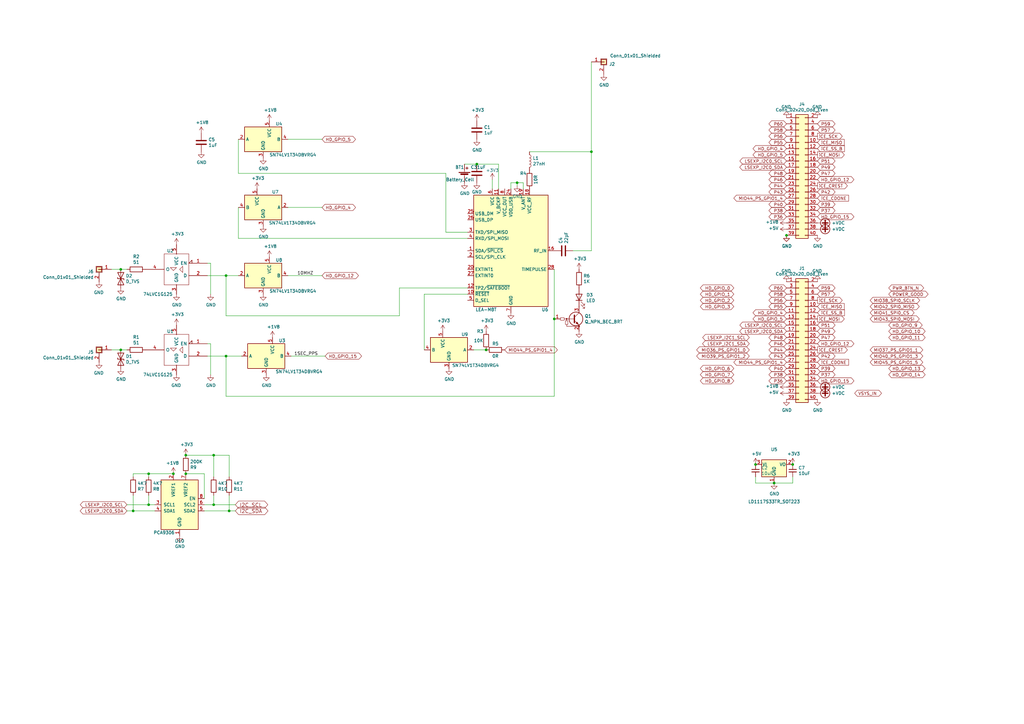
<source format=kicad_sch>
(kicad_sch (version 20211123) (generator eeschema)
  (paper "A3")
  (title_block (title "gnssclock496boards-1.0") (company "Lightside Instruments AS"))
  (lib_symbols
    (symbol "Connector_Generic:Conn_02x20_Odd_Even" (pin_names (offset 1.016) hide)
      (property "Reference" "J" (at 1.27 25.4 0))
      (property "Value" "Conn_02x20_Odd_Even" (at 1.27 -27.94 0))
      (symbol "Conn_02x20_Odd_Even_1_1"
        (pin passive line (at -5.08 22.86 0) (length 3.81) (name "Pin_1") (number "1"))
        (pin passive line (at 7.62 12.7 180) (length 3.81) (name "Pin_10") (number "10"))
        (pin passive line (at -5.08 10.16 0) (length 3.81) (name "Pin_11") (number "11"))
        (pin passive line (at 7.62 10.16 180) (length 3.81) (name "Pin_12") (number "12"))
        (pin passive line (at -5.08 7.62 0) (length 3.81) (name "Pin_13") (number "13"))
        (pin passive line (at 7.62 7.62 180) (length 3.81) (name "Pin_14") (number "14"))
        (pin passive line (at -5.08 5.08 0) (length 3.81) (name "Pin_15") (number "15"))
        (pin passive line (at 7.62 5.08 180) (length 3.81) (name "Pin_16") (number "16"))
        (pin passive line (at -5.08 2.54 0) (length 3.81) (name "Pin_17") (number "17"))
        (pin passive line (at 7.62 2.54 180) (length 3.81) (name "Pin_18") (number "18"))
        (pin passive line (at -5.08 0 0) (length 3.81) (name "Pin_19") (number "19"))
        (pin passive line (at 7.62 22.86 180) (length 3.81) (name "Pin_2") (number "2"))
        (pin passive line (at 7.62 0 180) (length 3.81) (name "Pin_20") (number "20"))
        (pin passive line (at -5.08 -2.54 0) (length 3.81) (name "Pin_21") (number "21"))
        (pin passive line (at 7.62 -2.54 180) (length 3.81) (name "Pin_22") (number "22"))
        (pin passive line (at -5.08 -5.08 0) (length 3.81) (name "Pin_23") (number "23"))
        (pin passive line (at 7.62 -5.08 180) (length 3.81) (name "Pin_24") (number "24"))
        (pin passive line (at -5.08 -7.62 0) (length 3.81) (name "Pin_25") (number "25"))
        (pin passive line (at 7.62 -7.62 180) (length 3.81) (name "Pin_26") (number "26"))
        (pin passive line (at -5.08 -10.16 0) (length 3.81) (name "Pin_27") (number "27"))
        (pin passive line (at 7.62 -10.16 180) (length 3.81) (name "Pin_28") (number "28"))
        (pin passive line (at -5.08 -12.7 0) (length 3.81) (name "Pin_29") (number "29"))
        (pin passive line (at -5.08 20.32 0) (length 3.81) (name "Pin_3") (number "3"))
        (pin passive line (at 7.62 -12.7 180) (length 3.81) (name "Pin_30") (number "30"))
        (pin passive line (at -5.08 -15.24 0) (length 3.81) (name "Pin_31") (number "31"))
        (pin passive line (at 7.62 -15.24 180) (length 3.81) (name "Pin_32") (number "32"))
        (pin passive line (at -5.08 -17.78 0) (length 3.81) (name "Pin_33") (number "33"))
        (pin passive line (at 7.62 -17.78 180) (length 3.81) (name "Pin_34") (number "34"))
        (pin passive line (at -5.08 -20.32 0) (length 3.81) (name "Pin_35") (number "35"))
        (pin passive line (at 7.62 -20.32 180) (length 3.81) (name "Pin_36") (number "36"))
        (pin passive line (at -5.08 -22.86 0) (length 3.81) (name "Pin_37") (number "37"))
        (pin passive line (at 7.62 -22.86 180) (length 3.81) (name "Pin_38") (number "38"))
        (pin passive line (at -5.08 -25.4 0) (length 3.81) (name "Pin_39") (number "39"))
        (pin passive line (at 7.62 20.32 180) (length 3.81) (name "Pin_4") (number "4"))
        (pin passive line (at 7.62 -25.4 180) (length 3.81) (name "Pin_40") (number "40"))
        (pin passive line (at -5.08 17.78 0) (length 3.81) (name "Pin_5") (number "5"))
        (pin passive line (at 7.62 17.78 180) (length 3.81) (name "Pin_6") (number "6"))
        (pin passive line (at -5.08 15.24 0) (length 3.81) (name "Pin_7") (number "7"))
        (pin passive line (at 7.62 15.24 180) (length 3.81) (name "Pin_8") (number "8"))
        (pin passive line (at -5.08 12.7 0) (length 3.81) (name "Pin_9") (number "9"))
      )
    )
    (symbol "Device:Battery_Cell" (pin_numbers hide) (pin_names (offset 0) hide)
      (property "Reference" "BT" (at 2.54 2.54 0))
      (property "Value" "Battery_Cell" (at 2.54 0 0))
      (symbol "Battery_Cell_1_1"
        (pin passive line (at 0 5.08 270) (length 2.54) (name "+") (number "1"))
        (pin passive line (at 0 -2.54 90) (length 2.54) (name "-") (number "2"))
      )
    )
    (symbol "Device:C" (pin_numbers hide) (pin_names (offset 0.254))
      (property "Reference" "C" (at 0.635 2.54 0))
      (property "Value" "C" (at 0.635 -2.54 0))
      (symbol "C_1_1"
        (pin passive line (at 0 3.81 270) (length 2.794) (name "~") (number "1"))
        (pin passive line (at 0 -3.81 90) (length 2.794) (name "~") (number "2"))
      )
    )
    (symbol "Device:C_Small" (pin_numbers hide) (pin_names (offset 0.254) hide)
      (property "Reference" "C" (at 0.254 1.778 0))
      (property "Value" "C_Small" (at 0.254 -2.032 0))
      (symbol "C_Small_1_1"
        (pin passive line (at 0 2.54 270) (length 2.032) (name "~") (number "1"))
        (pin passive line (at 0 -2.54 90) (length 2.032) (name "~") (number "2"))
      )
    )
    (symbol "Device:D_TVS" (pin_numbers hide) (pin_names (offset 1.016) hide)
      (property "Reference" "D" (at 0 2.54 0))
      (property "Value" "D_TVS" (at 0 -2.54 0))
      (symbol "D_TVS_1_1"
        (pin passive line (at -3.81 0 0) (length 2.54) (name "A1") (number "1"))
        (pin passive line (at 3.81 0 180) (length 2.54) (name "A2") (number "2"))
      )
    )
    (symbol "Device:L" (pin_numbers hide) (pin_names (offset 1.016) hide)
      (property "Reference" "L" (at -1.27 0 90))
      (property "Value" "L" (at 1.905 0 90))
      (symbol "L_1_1"
        (pin passive line (at 0 3.81 270) (length 1.27) (name "1") (number "1"))
        (pin passive line (at 0 -3.81 90) (length 1.27) (name "2") (number "2"))
      )
    )
    (symbol "Device:LED" (pin_numbers hide) (pin_names (offset 1.016) hide)
      (property "Reference" "D" (at 0 2.54 0))
      (property "Value" "LED" (at 0 -2.54 0))
      (symbol "LED_1_1"
        (pin passive line (at -3.81 0 0) (length 2.54) (name "K") (number "1"))
        (pin passive line (at 3.81 0 180) (length 2.54) (name "A") (number "2"))
      )
    )
    (symbol "Device:Q_NPN_BEC_BRT" (pin_names hide)
      (property "Reference" "Q" (at 3.81 1.27 0))
      (property "Value" "Q_NPN_BEC_BRT" (at 3.81 -1.27 0))
      (symbol "Q_NPN_BEC_BRT_1_1"
        (pin input line (at -8.89 0 0) (length 2.54) (name "B") (number "1"))
        (pin passive line (at 1.27 -5.08 90) (length 2.54) (name "E") (number "2"))
        (pin passive line (at 1.27 5.08 270) (length 2.54) (name "C") (number "3"))
      )
    )
    (symbol "Device:R" (pin_numbers hide) (pin_names (offset 0))
      (property "Reference" "R" (at 2.032 0 90))
      (property "Value" "R" (at 0 0 90))
      (symbol "R_1_1"
        (pin passive line (at 0 3.81 270) (length 1.27) (name "~") (number "1"))
        (pin passive line (at 0 -3.81 90) (length 1.27) (name "~") (number "2"))
      )
    )
    (symbol "Interface:PCA9306" (pin_names (offset 1.016))
      (property "Reference" "U" (at -7.62 11.43 0))
      (property "Value" "PCA9306" (at 5.08 11.43 0))
      (symbol "PCA9306_1_1"
        (pin power_in line (at 0 -12.7 90) (length 2.54) (name "GND") (number "1"))
        (pin power_in line (at -2.54 12.7 270) (length 2.54) (name "VREF1") (number "2"))
        (pin bidirectional line (at -10.16 0 0) (length 2.54) (name "SCL1") (number "3"))
        (pin bidirectional line (at -10.16 -2.54 0) (length 2.54) (name "SDA1") (number "4"))
        (pin bidirectional line (at 10.16 -2.54 180) (length 2.54) (name "SDA2") (number "5"))
        (pin bidirectional line (at 10.16 0 180) (length 2.54) (name "SCL2") (number "6"))
        (pin power_in line (at 2.54 12.7 270) (length 2.54) (name "VREF2") (number "7"))
        (pin input line (at 10.16 2.54 180) (length 2.54) (name "EN") (number "8"))
      )
    )
    (symbol "RF_GPS:LEA-M8T"
      (property "Reference" "U" (at -13.97 24.13 0))
      (property "Value" "LEA-M8T" (at 13.97 24.13 0))
      (symbol "LEA-M8T_1_1"
        (pin bidirectional line (at -17.78 0 0) (length 2.54) (name "SDA/~{SPI_CS}") (number "1"))
        (pin input line (at -17.78 -17.78 0) (length 2.54) (name "~{RESET}") (number "10"))
        (pin power_in line (at -5.08 25.4 270) (length 2.54) (name "V_BCKP") (number "11"))
        (pin bidirectional line (at -17.78 -15.24 0) (length 2.54) (name "TP2/~{SAFEBOOT}") (number "12"))
        (pin passive line (at 0 -25.4 90) (length 2.54) hide (name "GND") (number "13"))
        (pin passive line (at 0 -25.4 90) (length 2.54) hide (name "GND") (number "14"))
        (pin passive line (at 0 -25.4 90) (length 2.54) hide (name "GND") (number "15"))
        (pin input line (at 17.78 0 180) (length 2.54) (name "RF_IN") (number "16"))
        (pin passive line (at 0 -25.4 90) (length 2.54) hide (name "GND") (number "17"))
        (pin power_out line (at 7.62 25.4 270) (length 2.54) (name "VCC_RF") (number "18"))
        (pin power_in line (at 5.08 25.4 270) (length 2.54) (name "V_ANT") (number "19"))
        (pin input line (at -17.78 -2.54 0) (length 2.54) (name "SCL/SPI_CLK") (number "2"))
        (pin input line (at -17.78 -7.62 0) (length 2.54) (name "EXTINT1") (number "20"))
        (pin no_connect line (at 15.24 7.62 180) (length 2.54) hide (name "RESERVED") (number "21"))
        (pin no_connect line (at 15.24 5.08 180) (length 2.54) hide (name "RESERVED") (number "22"))
        (pin no_connect line (at 15.24 2.54 180) (length 2.54) hide (name "RESERVED") (number "23"))
        (pin power_in line (at 0 25.4 270) (length 2.54) (name "VDD_USB") (number "24"))
        (pin bidirectional line (at -17.78 15.24 0) (length 2.54) (name "USB_DM") (number "25"))
        (pin bidirectional line (at -17.78 12.7 0) (length 2.54) (name "USB_DP") (number "26"))
        (pin input line (at -17.78 -10.16 0) (length 2.54) (name "EXTINT0") (number "27"))
        (pin output line (at 17.78 -7.62 180) (length 2.54) (name "TIMEPULSE") (number "28"))
        (pin output line (at -17.78 7.62 0) (length 2.54) (name "TXD/SPI_MISO") (number "3"))
        (pin input line (at -17.78 5.08 0) (length 2.54) (name "RXD/SPI_MOSI") (number "4"))
        (pin input line (at -17.78 -20.32 0) (length 2.54) (name "D_SEL") (number "5"))
        (pin power_in line (at -7.62 25.4 270) (length 2.54) (name "VCC") (number "6"))
        (pin power_in line (at 0 -25.4 90) (length 2.54) (name "GND") (number "7"))
        (pin power_out line (at -2.54 25.4 270) (length 2.54) (name "VCC_OUT") (number "8"))
        (pin no_connect line (at 15.24 10.16 180) (length 2.54) hide (name "RESERVED") (number "9"))
      )
    )
    (symbol "Regulator_Linear:LD1117S33TR_SOT223" (pin_names (offset 0.254))
      (property "Reference" "U" (at -3.81 3.175 0))
      (property "Value" "LD1117S33TR_SOT223" (at 0 3.175 0))
      (symbol "LD1117S33TR_SOT223_1_1"
        (pin power_in line (at 0 -7.62 90) (length 2.54) (name "GND") (number "1"))
        (pin power_out line (at 7.62 0 180) (length 2.54) (name "VO") (number "2"))
        (pin power_in line (at -7.62 0 0) (length 2.54) (name "VI") (number "3"))
      )
    )
    (symbol "ice4pi:74LVC1G125" (pin_names (offset 0.762))
      (property "Reference" "U" (at 6.35 6.35 0))
      (property "Value" "74LVC1G125" (at 2.54 -7.62 0))
      (symbol "74LVC1G125_0_1"
        (pin power_in line (at 0 -10.16 90) (length 3.9878) (name "GND") (number "3"))
        (pin power_in line (at 0 10.16 270) (length 3.9878) (name "VCC") (number "5"))
      )
      (symbol "74LVC1G125_1_0"
        (pin input input_low (at -12.7 2.54 0) (length 7.62) (name "EN") (number "1"))
      )
      (symbol "74LVC1G125_1_1"
        (pin input line (at -12.7 -2.54 0) (length 7.62) (name "D") (number "2"))
        (pin tri_state line (at 12.7 0 180) (length 7.62) (name "O") (number "4"))
      )
    )
    (symbol "ice4pi:Conn_01x01_Grounded" (pin_names (offset 1.016) hide)
      (property "Reference" "J" (at 0.254 2.286 0))
      (property "Value" "Conn_01x01_Grounded" (at 1.016 -2.286 0))
      (symbol "Conn_01x01_Grounded_1_1"
        (pin passive line (at -5.08 0 0) (length 4.064) (name "Pin_1") (number "1"))
        (pin passive line (at 0 -5.08 90) (length 3.81) (name "Shield") (number "2"))
      )
    )
    (symbol "ice4pi:SN74LV1T34DBVRG4"
      (property "Reference" "U" (at -6.35 6.35 0))
      (property "Value" "SN74LV1T34DBVRG4" (at 11.43 6.35 0))
      (symbol "SN74LV1T34DBVRG4_0_1"
        (pin input line (at -10.16 0 0) (length 2.54) (name "A") (number "2"))
        (pin power_in line (at 0 -7.62 90) (length 2.54) (name "GND") (number "3"))
        (pin output line (at 10.16 0 180) (length 2.54) (name "B") (number "4"))
        (pin power_in line (at 2.54 7.62 270) (length 2.54) (name "VCC") (number "5"))
      )
    )
    (symbol "power:+1V8" (power) (pin_names (offset 0))
      (property "Value" "+1V8" (at 0 3.556 0))
      (symbol "+1V8_1_1"
        (pin power_in line (at 0 0 90) (length 0) hide (name "+1V8") (number "1"))
      )
    )
    (symbol "power:+3V3" (power) (pin_names (offset 0))
      (property "Value" "+3V3" (at 0 3.556 0))
      (symbol "+3V3_1_1"
        (pin power_in line (at 0 0 90) (length 0) hide (name "+3V3") (number "1"))
      )
    )
    (symbol "power:+5V" (power) (pin_names (offset 0))
      (property "Value" "+5V" (at 0 3.556 0))
      (symbol "+5V_1_1"
        (pin power_in line (at 0 0 90) (length 0) hide (name "+5V") (number "1"))
      )
    )
    (symbol "power:+VDC" (power) (pin_names (offset 0))
      (property "Value" "+VDC" (at 0 6.35 0))
      (symbol "+VDC_1_1"
        (pin power_in line (at 0 0 90) (length 0) hide (name "+VDC") (number "1"))
      )
    )
    (symbol "power:GND" (power) (pin_names (offset 0))
      (property "Value" "GND" (at 0 -3.81 0))
      (symbol "GND_1_1"
        (pin power_in line (at 0 0 270) (length 0) hide (name "GND") (number "1"))
      )
    )
  )
  (junction (at 199.39 143.51))
  (junction (at 92.71 113.03))
  (junction (at 195.58 67.31))
  (junction (at 87.63 186.69))
  (junction (at 227.33 130.81))
  (junction (at 60.96 194.31))
  (junction (at 317.5 198.12))
  (junction (at 212.09 74.93))
  (junction (at 54.61 209.55))
  (junction (at 309.88 190.5))
  (junction (at 76.2 194.31))
  (junction (at 325.12 190.5))
  (junction (at 92.71 146.05))
  (junction (at 322.58 96.52))
  (junction (at 49.53 143.51))
  (junction (at 87.63 207.01))
  (junction (at 93.98 209.55))
  (junction (at 242.57 62.23))
  (junction (at 60.96 207.01))
  (junction (at 71.12 194.31))
  (junction (at 76.2 186.69))
  (junction (at 49.53 110.49))
  (wire (pts (xy 92.71 113.03) (xy 92.71 129.54)))
  (wire (pts (xy 190.5 67.31) (xy 195.58 67.31)))
  (wire (pts (xy 87.63 203.2) (xy 87.63 207.01)))
  (wire (pts (xy 195.58 67.31) (xy 204.47 67.31)))
  (wire (pts (xy 309.88 198.12) (xy 317.5 198.12)))
  (wire (pts (xy 194.31 143.51) (xy 199.39 143.51)))
  (wire (pts (xy 45.72 110.49) (xy 49.53 110.49)))
  (wire (pts (xy 92.71 113.03) (xy 97.79 113.03)))
  (wire (pts (xy 209.55 74.93) (xy 212.09 74.93)))
  (wire (pts (xy 92.71 129.54) (xy 163.83 129.54)))
  (wire (pts (xy 201.93 73.66) (xy 201.93 77.47)))
  (wire (pts (xy 60.96 207.01) (xy 63.5 207.01)))
  (wire (pts (xy 93.98 186.69) (xy 93.98 195.58)))
  (wire (pts (xy 71.12 194.31) (xy 60.96 194.31)))
  (wire (pts (xy 191.77 120.65) (xy 173.99 120.65)))
  (wire (pts (xy 83.82 209.55) (xy 93.98 209.55)))
  (wire (pts (xy 92.71 162.56) (xy 227.33 162.56)))
  (wire (pts (xy 85.09 107.95) (xy 86.36 107.95)))
  (wire (pts (xy 60.96 194.31) (xy 54.61 194.31)))
  (wire (pts (xy 86.36 140.97) (xy 86.36 153.67)))
  (wire (pts (xy 54.61 209.55) (xy 52.07 209.55)))
  (wire (pts (xy 204.47 67.31) (xy 204.47 77.47)))
  (wire (pts (xy 212.09 74.93) (xy 212.09 76.2)))
  (wire (pts (xy 93.98 203.2) (xy 93.98 209.55)))
  (wire (pts (xy 93.98 209.55) (xy 96.52 209.55)))
  (wire (pts (xy 52.07 207.01) (xy 60.96 207.01)))
  (wire (pts (xy 217.17 62.23) (xy 242.57 62.23)))
  (wire (pts (xy 227.33 162.56) (xy 227.33 130.81)))
  (wire (pts (xy 49.53 143.51) (xy 45.72 143.51)))
  (wire (pts (xy 309.88 195.58) (xy 309.88 198.12)))
  (wire (pts (xy 60.96 203.2) (xy 60.96 207.01)))
  (wire (pts (xy 234.95 102.87) (xy 242.57 102.87)))
  (wire (pts (xy 99.06 146.05) (xy 92.71 146.05)))
  (wire (pts (xy 87.63 186.69) (xy 93.98 186.69)))
  (wire (pts (xy 97.79 97.79) (xy 97.79 85.09)))
  (wire (pts (xy 191.77 95.25) (xy 182.88 95.25)))
  (wire (pts (xy 49.53 110.49) (xy 52.07 110.49)))
  (wire (pts (xy 173.99 120.65) (xy 173.99 143.51)))
  (wire (pts (xy 85.09 140.97) (xy 86.36 140.97)))
  (wire (pts (xy 227.33 130.81) (xy 227.33 110.49)))
  (wire (pts (xy 83.82 194.31) (xy 76.2 194.31)))
  (wire (pts (xy 76.2 186.69) (xy 87.63 186.69)))
  (wire (pts (xy 63.5 209.55) (xy 54.61 209.55)))
  (wire (pts (xy 214.63 77.47) (xy 214.63 74.93)))
  (wire (pts (xy 97.79 71.12) (xy 97.79 57.15)))
  (wire (pts (xy 118.11 85.09) (xy 132.08 85.09)))
  (wire (pts (xy 163.83 129.54) (xy 163.83 118.11)))
  (wire (pts (xy 85.09 113.03) (xy 92.71 113.03)))
  (wire (pts (xy 242.57 25.4) (xy 242.57 62.23)))
  (wire (pts (xy 242.57 62.23) (xy 242.57 102.87)))
  (wire (pts (xy 87.63 207.01) (xy 96.52 207.01)))
  (wire (pts (xy 325.12 198.12) (xy 317.5 198.12)))
  (wire (pts (xy 54.61 194.31) (xy 54.61 195.58)))
  (wire (pts (xy 54.61 203.2) (xy 54.61 209.55)))
  (wire (pts (xy 118.11 57.15) (xy 132.08 57.15)))
  (wire (pts (xy 83.82 207.01) (xy 87.63 207.01)))
  (wire (pts (xy 209.55 77.47) (xy 209.55 74.93)))
  (wire (pts (xy 92.71 146.05) (xy 92.71 162.56)))
  (wire (pts (xy 182.88 71.12) (xy 97.79 71.12)))
  (wire (pts (xy 52.07 143.51) (xy 49.53 143.51)))
  (wire (pts (xy 83.82 194.31) (xy 83.82 204.47)))
  (wire (pts (xy 182.88 95.25) (xy 182.88 71.12)))
  (wire (pts (xy 86.36 107.95) (xy 86.36 120.65)))
  (wire (pts (xy 214.63 74.93) (xy 212.09 74.93)))
  (wire (pts (xy 118.11 113.03) (xy 132.08 113.03)))
  (wire (pts (xy 92.71 146.05) (xy 85.09 146.05)))
  (wire (pts (xy 97.79 97.79) (xy 191.77 97.79)))
  (wire (pts (xy 119.38 146.05) (xy 133.35 146.05)))
  (wire (pts (xy 163.83 118.11) (xy 191.77 118.11)))
  (wire (pts (xy 325.12 195.58) (xy 325.12 198.12)))
  (wire (pts (xy 60.96 195.58) (xy 60.96 194.31)))
  (wire (pts (xy 87.63 195.58) (xy 87.63 186.69)))
  (label "10MHZ" (at 121.92 113.03 0))
  (label "1SEC_PPS" (at 120.65 146.05 0))
  (global_label "MIO42_SPI0_MISO" (shape bidirectional) (at 356.87 125.73 0) (property "Intersheet References" "${INTERSHEET_REFS}" (effects hide)))
  (global_label "iCE_CREST" (shape output) (at 335.28 76.2 0) (property "Intersheet References" "${INTERSHEET_REFS}" (effects hide)))
  (global_label "P44" (shape bidirectional) (at 322.58 76.2 180) (property "Intersheet References" "${INTERSHEET_REFS}" (effects hide)))
  (global_label "P38" (shape bidirectional) (at 322.58 153.67 180) (property "Intersheet References" "${INTERSHEET_REFS}" (effects hide)))
  (global_label "iCE_CDONE" (shape input) (at 335.28 148.59 0) (property "Intersheet References" "${INTERSHEET_REFS}" (effects hide)))
  (global_label "HD_GPIO_10" (shape bidirectional) (at 364.49 135.89 0) (property "Intersheet References" "${INTERSHEET_REFS}" (effects hide)))
  (global_label "iCE_SCK" (shape output) (at 335.28 55.88 0) (property "Intersheet References" "${INTERSHEET_REFS}" (effects hide)))
  (global_label "HD_GPIO_5" (shape bidirectional) (at 322.58 63.5 180) (property "Intersheet References" "${INTERSHEET_REFS}" (effects hide)))
  (global_label "P47" (shape bidirectional) (at 335.28 138.43 0) (property "Intersheet References" "${INTERSHEET_REFS}" (effects hide)))
  (global_label "HD_GPIO_5" (shape bidirectional) (at 322.58 130.81 180) (property "Intersheet References" "${INTERSHEET_REFS}" (effects hide)))
  (global_label "P60" (shape bidirectional) (at 322.58 118.11 180) (property "Intersheet References" "${INTERSHEET_REFS}" (effects hide)))
  (global_label "MIO41_SPI0_CS" (shape bidirectional) (at 356.87 128.27 0) (property "Intersheet References" "${INTERSHEET_REFS}" (effects hide)))
  (global_label "P55" (shape bidirectional) (at 322.58 125.73 180) (property "Intersheet References" "${INTERSHEET_REFS}" (effects hide)))
  (global_label "iCE_SS_B" (shape input) (at 335.28 128.27 0) (property "Intersheet References" "${INTERSHEET_REFS}" (effects hide)))
  (global_label "iCE_MISO" (shape input) (at 335.28 58.42 0) (property "Intersheet References" "${INTERSHEET_REFS}" (effects hide)))
  (global_label "P49" (shape bidirectional) (at 335.28 135.89 0) (property "Intersheet References" "${INTERSHEET_REFS}" (effects hide)))
  (global_label "P48" (shape bidirectional) (at 322.58 71.12 180) (property "Intersheet References" "${INTERSHEET_REFS}" (effects hide)))
  (global_label "LSEXP_I2C0_SCL" (shape bidirectional) (at 52.07 207.01 180) (property "Intersheet References" "${INTERSHEET_REFS}" (effects hide)))
  (global_label "HD_GPIO_12" (shape bidirectional) (at 335.28 140.97 0) (property "Intersheet References" "${INTERSHEET_REFS}" (effects hide)))
  (global_label "MIO44_PS_GPIO1_4" (shape bidirectional) (at 322.58 148.59 180) (property "Intersheet References" "${INTERSHEET_REFS}" (effects hide)))
  (global_label "P56" (shape bidirectional) (at 322.58 123.19 180) (property "Intersheet References" "${INTERSHEET_REFS}" (effects hide)))
  (global_label "HD_GPIO_7" (shape bidirectional) (at 300.99 153.67 180) (property "Intersheet References" "${INTERSHEET_REFS}" (effects hide)))
  (global_label "MIO36_PS_GPIO1_0" (shape bidirectional) (at 307.34 143.51 180) (property "Intersheet References" "${INTERSHEET_REFS}" (effects hide)))
  (global_label "LSEXP_I2C0_SDA" (shape bidirectional) (at 322.58 68.58 180) (property "Intersheet References" "${INTERSHEET_REFS}" (effects hide)))
  (global_label "iCE_SCK" (shape output) (at 335.28 123.19 0) (property "Intersheet References" "${INTERSHEET_REFS}" (effects hide)))
  (global_label "LSEXP_I2C1_SCL" (shape bidirectional) (at 307.34 138.43 180) (property "Intersheet References" "${INTERSHEET_REFS}" (effects hide)))
  (global_label "MIO43_SPI0_MOSI" (shape bidirectional) (at 356.87 130.81 0) (property "Intersheet References" "${INTERSHEET_REFS}" (effects hide)))
  (global_label "P43" (shape bidirectional) (at 322.58 78.74 180) (property "Intersheet References" "${INTERSHEET_REFS}" (effects hide)))
  (global_label "P46" (shape bidirectional) (at 322.58 73.66 180) (property "Intersheet References" "${INTERSHEET_REFS}" (effects hide)))
  (global_label "MIO45_PS_GPIO1_5" (shape bidirectional) (at 356.87 148.59 0) (property "Intersheet References" "${INTERSHEET_REFS}" (effects hide)))
  (global_label "HD_GPIO_13" (shape bidirectional) (at 364.49 151.13 0) (property "Intersheet References" "${INTERSHEET_REFS}" (effects hide)))
  (global_label "P48" (shape bidirectional) (at 322.58 138.43 180) (property "Intersheet References" "${INTERSHEET_REFS}" (effects hide)))
  (global_label "P51" (shape bidirectional) (at 335.28 66.04 0) (property "Intersheet References" "${INTERSHEET_REFS}" (effects hide)))
  (global_label "LSEXP_I2C0_SCL" (shape bidirectional) (at 322.58 133.35 180) (property "Intersheet References" "${INTERSHEET_REFS}" (effects hide)))
  (global_label "I2C_SCL" (shape bidirectional) (at 96.52 207.01 0) (effects (font (size 1.524 1.524))) (property "Intersheet References" "${INTERSHEET_REFS}" (effects hide)))
  (global_label "P59" (shape bidirectional) (at 335.28 118.11 0) (property "Intersheet References" "${INTERSHEET_REFS}" (effects hide)))
  (global_label "P59" (shape bidirectional) (at 335.28 50.8 0) (property "Intersheet References" "${INTERSHEET_REFS}" (effects hide)))
  (global_label "HD_GPIO_5" (shape bidirectional) (at 132.08 57.15 0) (property "Intersheet References" "${INTERSHEET_REFS}" (effects hide)))
  (global_label "HD_GPIO_0" (shape bidirectional) (at 300.99 118.11 180) (property "Intersheet References" "${INTERSHEET_REFS}" (effects hide)))
  (global_label "iCE_MISO" (shape input) (at 335.28 125.73 0) (property "Intersheet References" "${INTERSHEET_REFS}" (effects hide)))
  (global_label "MIO37_PS_GPIO1_1" (shape bidirectional) (at 356.87 143.51 0) (property "Intersheet References" "${INTERSHEET_REFS}" (effects hide)))
  (global_label "HD_GPIO_4" (shape bidirectional) (at 322.58 128.27 180) (property "Intersheet References" "${INTERSHEET_REFS}" (effects hide)))
  (global_label "P58" (shape bidirectional) (at 322.58 53.34 180) (property "Intersheet References" "${INTERSHEET_REFS}" (effects hide)))
  (global_label "HD_GPIO_4" (shape bidirectional) (at 322.58 60.96 180) (property "Intersheet References" "${INTERSHEET_REFS}" (effects hide)))
  (global_label "LSEXP_I2C0_SDA" (shape bidirectional) (at 322.58 135.89 180) (property "Intersheet References" "${INTERSHEET_REFS}" (effects hide)))
  (global_label "POWER_GOOD" (shape bidirectional) (at 364.49 120.65 0) (property "Intersheet References" "${INTERSHEET_REFS}" (effects hide)))
  (global_label "I2C_SDA" (shape bidirectional) (at 96.52 209.55 0) (effects (font (size 1.524 1.524))) (property "Intersheet References" "${INTERSHEET_REFS}" (effects hide)))
  (global_label "HD_GPIO_1" (shape bidirectional) (at 300.99 120.65 180) (property "Intersheet References" "${INTERSHEET_REFS}" (effects hide)))
  (global_label "iCE_CREST" (shape output) (at 335.28 143.51 0) (property "Intersheet References" "${INTERSHEET_REFS}" (effects hide)))
  (global_label "P37" (shape bidirectional) (at 335.28 153.67 0) (property "Intersheet References" "${INTERSHEET_REFS}" (effects hide)))
  (global_label "P55" (shape bidirectional) (at 322.58 58.42 180) (property "Intersheet References" "${INTERSHEET_REFS}" (effects hide)))
  (global_label "iCE_SS_B" (shape input) (at 335.28 60.96 0) (property "Intersheet References" "${INTERSHEET_REFS}" (effects hide)))
  (global_label "HD_GPIO_14" (shape bidirectional) (at 364.49 153.67 0) (property "Intersheet References" "${INTERSHEET_REFS}" (effects hide)))
  (global_label "HD_GPIO_15" (shape bidirectional) (at 133.35 146.05 0) (property "Intersheet References" "${INTERSHEET_REFS}" (effects hide)))
  (global_label "MIO44_PS_GPIO1_4" (shape bidirectional) (at 207.01 143.51 0) (property "Intersheet References" "${INTERSHEET_REFS}" (effects hide)))
  (global_label "P42" (shape bidirectional) (at 335.28 78.74 0) (property "Intersheet References" "${INTERSHEET_REFS}" (effects hide)))
  (global_label "P60" (shape bidirectional) (at 322.58 50.8 180) (property "Intersheet References" "${INTERSHEET_REFS}" (effects hide)))
  (global_label "HD_GPIO_12" (shape bidirectional) (at 335.28 73.66 0) (property "Intersheet References" "${INTERSHEET_REFS}" (effects hide)))
  (global_label "P44" (shape bidirectional) (at 322.58 143.51 180) (property "Intersheet References" "${INTERSHEET_REFS}" (effects hide)))
  (global_label "P39" (shape bidirectional) (at 335.28 83.82 0) (property "Intersheet References" "${INTERSHEET_REFS}" (effects hide)))
  (global_label "LSEXP_I2C0_SCL" (shape bidirectional) (at 322.58 66.04 180) (property "Intersheet References" "${INTERSHEET_REFS}" (effects hide)))
  (global_label "HD_GPIO_4" (shape bidirectional) (at 132.08 85.09 0) (property "Intersheet References" "${INTERSHEET_REFS}" (effects hide)))
  (global_label "LSEXP_I2C1_SDA" (shape bidirectional) (at 307.34 140.97 180) (property "Intersheet References" "${INTERSHEET_REFS}" (effects hide)))
  (global_label "P40" (shape bidirectional) (at 322.58 151.13 180) (property "Intersheet References" "${INTERSHEET_REFS}" (effects hide)))
  (global_label "P57" (shape bidirectional) (at 335.28 53.34 0) (property "Intersheet References" "${INTERSHEET_REFS}" (effects hide)))
  (global_label "P39" (shape bidirectional) (at 335.28 151.13 0) (property "Intersheet References" "${INTERSHEET_REFS}" (effects hide)))
  (global_label "LSEXP_I2C0_SDA" (shape bidirectional) (at 52.07 209.55 180) (property "Intersheet References" "${INTERSHEET_REFS}" (effects hide)))
  (global_label "MIO44_PS_GPIO1_4" (shape bidirectional) (at 322.58 81.28 180) (property "Intersheet References" "${INTERSHEET_REFS}" (effects hide)))
  (global_label "MIO38_SPI0_SCLK" (shape bidirectional) (at 356.87 123.19 0) (property "Intersheet References" "${INTERSHEET_REFS}" (effects hide)))
  (global_label "P49" (shape bidirectional) (at 335.28 68.58 0) (property "Intersheet References" "${INTERSHEET_REFS}" (effects hide)))
  (global_label "P51" (shape bidirectional) (at 335.28 133.35 0) (property "Intersheet References" "${INTERSHEET_REFS}" (effects hide)))
  (global_label "iCE_MOSI" (shape output) (at 335.28 130.81 0) (property "Intersheet References" "${INTERSHEET_REFS}" (effects hide)))
  (global_label "iCE_CDONE" (shape input) (at 335.28 81.28 0) (property "Intersheet References" "${INTERSHEET_REFS}" (effects hide)))
  (global_label "HD_GPIO_8" (shape bidirectional) (at 300.99 156.21 180) (property "Intersheet References" "${INTERSHEET_REFS}" (effects hide)))
  (global_label "P42" (shape bidirectional) (at 335.28 146.05 0) (property "Intersheet References" "${INTERSHEET_REFS}" (effects hide)))
  (global_label "P58" (shape bidirectional) (at 322.58 120.65 180) (property "Intersheet References" "${INTERSHEET_REFS}" (effects hide)))
  (global_label "iCE_MOSI" (shape output) (at 335.28 63.5 0) (property "Intersheet References" "${INTERSHEET_REFS}" (effects hide)))
  (global_label "HD_GPIO_12" (shape bidirectional) (at 132.08 113.03 0) (property "Intersheet References" "${INTERSHEET_REFS}" (effects hide)))
  (global_label "PWR_BTN_N" (shape bidirectional) (at 364.49 118.11 0) (property "Intersheet References" "${INTERSHEET_REFS}" (effects hide)))
  (global_label "VSYS_IN" (shape bidirectional) (at 350.52 161.29 0) (property "Intersheet References" "${INTERSHEET_REFS}" (effects hide)))
  (global_label "P43" (shape bidirectional) (at 322.58 146.05 180) (property "Intersheet References" "${INTERSHEET_REFS}" (effects hide)))
  (global_label "P37" (shape bidirectional) (at 335.28 86.36 0) (property "Intersheet References" "${INTERSHEET_REFS}" (effects hide)))
  (global_label "P47" (shape bidirectional) (at 335.28 71.12 0) (property "Intersheet References" "${INTERSHEET_REFS}" (effects hide)))
  (global_label "P46" (shape bidirectional) (at 322.58 140.97 180) (property "Intersheet References" "${INTERSHEET_REFS}" (effects hide)))
  (global_label "P57" (shape bidirectional) (at 335.28 120.65 0) (property "Intersheet References" "${INTERSHEET_REFS}" (effects hide)))
  (global_label "P56" (shape bidirectional) (at 322.58 55.88 180) (property "Intersheet References" "${INTERSHEET_REFS}" (effects hide)))
  (global_label "P36" (shape bidirectional) (at 322.58 88.9 180) (property "Intersheet References" "${INTERSHEET_REFS}" (effects hide)))
  (global_label "MIO40_PS_GPIO1_3" (shape bidirectional) (at 356.87 146.05 0) (property "Intersheet References" "${INTERSHEET_REFS}" (effects hide)))
  (global_label "MIO39_PS_GPIO1_2" (shape bidirectional) (at 307.34 146.05 180) (property "Intersheet References" "${INTERSHEET_REFS}" (effects hide)))
  (global_label "HD_GPIO_11" (shape bidirectional) (at 364.49 138.43 0) (property "Intersheet References" "${INTERSHEET_REFS}" (effects hide)))
  (global_label "P38" (shape bidirectional) (at 322.58 86.36 180) (property "Intersheet References" "${INTERSHEET_REFS}" (effects hide)))
  (global_label "HD_GPIO_15" (shape bidirectional) (at 335.28 156.21 0) (property "Intersheet References" "${INTERSHEET_REFS}" (effects hide)))
  (global_label "HD_GPIO_2" (shape bidirectional) (at 300.99 123.19 180) (property "Intersheet References" "${INTERSHEET_REFS}" (effects hide)))
  (global_label "P36" (shape bidirectional) (at 322.58 156.21 180) (property "Intersheet References" "${INTERSHEET_REFS}" (effects hide)))
  (global_label "HD_GPIO_9" (shape bidirectional) (at 364.49 133.35 0) (property "Intersheet References" "${INTERSHEET_REFS}" (effects hide)))
  (global_label "P40" (shape bidirectional) (at 322.58 83.82 180) (property "Intersheet References" "${INTERSHEET_REFS}" (effects hide)))
  (global_label "HD_GPIO_6" (shape bidirectional) (at 300.99 151.13 180) (property "Intersheet References" "${INTERSHEET_REFS}" (effects hide)))
  (global_label "HD_GPIO_3" (shape bidirectional) (at 300.99 125.73 180) (property "Intersheet References" "${INTERSHEET_REFS}" (effects hide)))
  (global_label "HD_GPIO_15" (shape bidirectional) (at 335.28 88.9 0) (property "Intersheet References" "${INTERSHEET_REFS}" (effects hide)))
  (symbol (lib_id "Connector_Generic:Conn_02x20_Odd_Even") (at 327.66 138.43 0) (unit 1)
    (property "Reference" "J1" (at 328.93 110.0582 0))
    (property "Value" "Conn_02x20_Odd_Even" (at 328.93 112.3696 0))
    (property "Footprint" "ice4pi:Socket_Strip_SMD_2x20_Pitch2mm" (effects hide))
  )
  (symbol (lib_id "power:GND") (at 322.58 115.57 180) (unit 1)
    (property "Reference" "#PWR0127" (effects hide))
    (property "Value" "GND" (at 322.453 111.1758 0))
  )
  (symbol (lib_id "power:GND") (at 335.28 115.57 180) (unit 1)
    (property "Reference" "#PWR0138" (effects hide))
    (property "Value" "GND" (at 335.153 111.1758 0))
  )
  (symbol (lib_id "Regulator_Linear:LD1117S33TR_SOT223") (at 317.5 190.5 0) (unit 1)
    (property "Reference" "U5" (at 317.5 184.3532 0))
    (property "Value" "LD1117S33TR_SOT223" (at 317.5 205.74 0))
    (property "Footprint" "Package_TO_SOT_SMD:SOT-223-3_TabPin2" (effects hide))
    (property "Datasheet" "http://www.st.com/st-web-ui/static/active/en/resource/technical/document/datasheet/CD00000544.pdf" (effects hide))
  )
  (symbol (lib_id "power:GND") (at 317.5 198.12 0) (unit 1)
    (property "Reference" "#PWR0146" (effects hide))
    (property "Value" "GND" (at 317.627 202.5142 0))
  )
  (symbol (lib_id "Device:C_Small") (at 309.88 193.04 0) (unit 1)
    (property "Reference" "C2" (at 312.2168 191.8716 0) (effects (justify left)))
    (property "Value" "10uF" (at 312.2168 194.183 0) (effects (justify left)))
    (property "Footprint" "Capacitor_SMD:C_0402_1005Metric" (effects hide))
    (property "PN" "ZRB15XR61A106ME01D" (effects hide))
  )
  (symbol (lib_id "Device:C_Small") (at 325.12 193.04 0) (unit 1)
    (property "Reference" "C7" (at 327.4568 191.8716 0) (effects (justify left)))
    (property "Value" "10uF" (at 327.4568 194.183 0) (effects (justify left)))
    (property "Footprint" "Capacitor_SMD:C_0402_1005Metric" (effects hide))
    (property "PN" "ZRB15XR61A106ME01D" (effects hide))
  )
  (symbol (lib_id "power:+5V") (at 309.88 190.5 0) (unit 1)
    (property "Reference" "#PWR0147" (effects hide))
    (property "Value" "+5V" (at 310.261 186.1058 0))
  )
  (symbol (lib_id "power:+VDC") (at 335.28 158.75 270) (unit 1)
    (property "Reference" "#PWR0150" (effects hide))
    (property "Value" "+VDC" (at 341.122 158.75 90) (effects (justify left)))
  )
  (symbol (lib_id "power:+VDC") (at 335.28 161.29 270) (unit 1)
    (property "Reference" "#PWR0151" (effects hide))
    (property "Value" "+VDC" (at 341.122 161.29 90) (effects (justify left)))
  )
  (symbol (lib_id "Connector_Generic:Conn_02x20_Odd_Even") (at 327.66 71.12 0) (unit 1)
    (property "Reference" "J4" (at 328.93 42.7482 0))
    (property "Value" "Conn_02x20_Odd_Even" (at 328.93 45.0596 0))
    (property "Footprint" "ice4pi:Pin_Header_SMD_2x20_Pitch2mm" (effects hide))
  )
  (symbol (lib_id "power:GND") (at 322.58 48.26 180) (unit 1)
    (property "Reference" "#PWR0160" (effects hide))
    (property "Value" "GND" (at 322.453 43.8658 0))
  )
  (symbol (lib_id "power:GND") (at 335.28 48.26 180) (unit 1)
    (property "Reference" "#PWR0161" (effects hide))
    (property "Value" "GND" (at 335.153 43.8658 0))
  )
  (symbol (lib_id "power:GND") (at 335.28 96.52 0) (unit 1)
    (property "Reference" "#PWR0162" (effects hide))
    (property "Value" "GND" (at 335.407 100.9142 0))
  )
  (symbol (lib_id "power:GND") (at 322.58 96.52 0) (unit 1)
    (property "Reference" "#PWR0163" (effects hide))
    (property "Value" "GND" (at 322.707 100.9142 0))
  )
  (symbol (lib_id "power:+VDC") (at 335.28 91.44 270) (unit 1)
    (property "Reference" "#PWR0165" (effects hide))
    (property "Value" "+VDC" (at 341.122 91.44 90) (effects (justify left)))
  )
  (symbol (lib_id "power:+VDC") (at 335.28 93.98 270) (unit 1)
    (property "Reference" "#PWR0166" (effects hide))
    (property "Value" "+VDC" (at 341.122 93.98 90) (effects (justify left)))
  )
  (symbol (lib_id "power:GND") (at 335.28 163.83 0) (unit 1)
    (property "Reference" "#PWR0139" (effects hide))
    (property "Value" "GND" (at 335.407 168.2242 0))
  )
  (symbol (lib_id "power:GND") (at 322.58 163.83 0) (unit 1)
    (property "Reference" "#PWR0143" (effects hide))
    (property "Value" "GND" (at 322.707 168.2242 0))
  )
  (symbol (lib_id "power:+1V8") (at 322.58 158.75 90) (unit 1)
    (property "Reference" "#PWR0145" (effects hide))
    (property "Value" "+1V8" (at 319.3288 158.369 90) (effects (justify left)))
  )
  (symbol (lib_id "power:+1V8") (at 71.12 194.31 0) (mirror y) (unit 1)
    (property "Reference" "#PWR0187" (effects hide))
    (property "Value" "+1V8" (at 70.739 189.9158 0))
  )
  (symbol (lib_id "Device:R") (at 76.2 190.5 0) (mirror x) (unit 1)
    (property "Reference" "R9" (at 77.978 191.6684 0) (effects (justify left)))
    (property "Value" "200K" (at 77.978 189.357 0) (effects (justify left)))
    (property "Footprint" "Resistor_SMD:R_0402_1005Metric" (effects hide))
  )
  (symbol (lib_id "RF_GPS:LEA-M8T") (at 209.55 102.87 0) (unit 1)
    (property "Reference" "U6" (at 223.52 127 0))
    (property "Value" "LEA-M8T" (at 199.39 127 0))
    (property "Footprint" "RF_GPS:ublox_LEA" (effects hide))
    (property "Datasheet" "https://www.u-blox.com/sites/default/files/NEO-LEA-M8T-FW3_DataSheet_%28UBX-15025193%29.pdf" (effects hide))
  )
  (symbol (lib_id "power:GND") (at 209.55 128.27 0) (unit 1)
    (property "Reference" "#PWR0168" (effects hide))
    (property "Value" "GND" (at 209.677 132.6642 0))
  )
  (symbol (lib_id "ice4pi:Conn_01x01_Grounded") (at 247.65 25.4 0) (unit 1)
    (property "Reference" "J2" (at 249.8598 26.289 0) (effects (justify left)))
    (property "Value" "Conn_01x01_Shielded" (at 250.19 22.86 0) (effects (justify left)))
    (property "Footprint" "ice4pi:SMA_LINX_CONSMA002_Horizontal" (effects hide))
  )
  (symbol (lib_id "power:GND") (at 247.65 30.48 0) (unit 1)
    (property "Reference" "#PWR0101" (effects hide))
    (property "Value" "GND" (at 247.777 34.8742 0))
  )
  (symbol (lib_id "ice4pi:Conn_01x01_Grounded") (at 40.64 110.49 0) (mirror y) (unit 1)
    (property "Reference" "J6" (at 38.4302 111.379 0) (effects (justify left)))
    (property "Value" "Conn_01x01_Shielded" (at 38.4302 113.6904 0) (effects (justify left)))
    (property "Footprint" "ice4pi:SMA_LINX_CONSMA002_Horizontal" (effects hide))
  )
  (symbol (lib_id "power:GND") (at 40.64 115.57 0) (mirror y) (unit 1)
    (property "Reference" "#PWR0102" (effects hide))
    (property "Value" "GND" (at 40.513 119.9642 0))
  )
  (symbol (lib_id "ice4pi:Conn_01x01_Grounded") (at 40.64 143.51 0) (mirror y) (unit 1)
    (property "Reference" "J5" (at 38.4302 144.399 0) (effects (justify left)))
    (property "Value" "Conn_01x01_Shielded" (at 38.4302 146.7104 0) (effects (justify left)))
    (property "Footprint" "ice4pi:SMA_LINX_CONSMA002_Horizontal" (effects hide))
  )
  (symbol (lib_id "power:GND") (at 40.64 148.59 0) (mirror y) (unit 1)
    (property "Reference" "#PWR0103" (effects hide))
    (property "Value" "GND" (at 40.513 152.9842 0))
  )
  (symbol (lib_id "Device:R") (at 55.88 143.51 90) (mirror x) (unit 1)
    (property "Reference" "R1" (at 55.88 138.2522 90))
    (property "Value" "51" (at 55.88 140.5636 90))
    (property "Footprint" "Resistor_SMD:R_0805_2012Metric" (effects hide))
  )
  (symbol (lib_id "Device:R") (at 55.88 110.49 90) (mirror x) (unit 1)
    (property "Reference" "R2" (at 55.88 105.2322 90))
    (property "Value" "51" (at 55.88 107.5436 90))
    (property "Footprint" "Resistor_SMD:R_0805_2012Metric" (effects hide))
  )
  (symbol (lib_id "power:GND") (at 86.36 120.65 0) (unit 1)
    (property "Reference" "#PWR0105" (effects hide))
    (property "Value" "GND" (at 86.487 125.0442 0))
  )
  (symbol (lib_id "ice4pi:74LVC1G125") (at 72.39 143.51 0) (mirror y) (unit 1)
    (property "Reference" "U1" (at 69.85 135.89 0))
    (property "Value" "74LVC1G125" (at 64.77 153.67 0))
    (property "Footprint" "Package_SO:TSOP-5_1.65x3.05mm_P0.95mm" (effects hide))
  )
  (symbol (lib_id "ice4pi:74LVC1G125") (at 72.39 110.49 0) (mirror y) (unit 1)
    (property "Reference" "U2" (at 69.85 102.87 0))
    (property "Value" "74LVC1G125" (at 64.77 120.65 0))
    (property "Footprint" "Package_SO:TSOP-5_1.65x3.05mm_P0.95mm" (effects hide))
  )
  (symbol (lib_id "power:GND") (at 72.39 153.67 0) (mirror y) (unit 1)
    (property "Reference" "#PWR04" (effects hide))
    (property "Value" "GND" (at 72.263 158.0642 0))
  )
  (symbol (lib_id "power:GND") (at 72.39 120.65 0) (unit 1)
    (property "Reference" "#PWR02" (effects hide))
    (property "Value" "GND" (at 72.517 125.0442 0))
  )
  (symbol (lib_id "power:GND") (at 86.36 153.67 0) (unit 1)
    (property "Reference" "#PWR07" (effects hide))
    (property "Value" "GND" (at 86.487 158.0642 0))
  )
  (symbol (lib_id "Device:D_TVS") (at 49.53 114.3 270) (unit 1)
    (property "Reference" "D2" (at 51.562 113.1316 90) (effects (justify left)))
    (property "Value" "D_TVS" (at 51.562 115.443 90) (effects (justify left)))
    (property "Footprint" "Resistor_SMD:R_0402_1005Metric" (effects hide))
  )
  (symbol (lib_id "Device:D_TVS") (at 49.53 147.32 270) (unit 1)
    (property "Reference" "D1" (at 51.562 146.1516 90) (effects (justify left)))
    (property "Value" "D_TVS" (at 51.562 148.463 90) (effects (justify left)))
    (property "Footprint" "Resistor_SMD:R_0402_1005Metric" (effects hide))
  )
  (symbol (lib_id "power:GND") (at 49.53 151.13 0) (unit 1)
    (property "Reference" "#PWR06" (effects hide))
    (property "Value" "GND" (at 49.657 155.5242 0))
  )
  (symbol (lib_id "power:GND") (at 49.53 118.11 0) (unit 1)
    (property "Reference" "#PWR05" (effects hide))
    (property "Value" "GND" (at 49.657 122.5042 0))
  )
  (symbol (lib_id "Device:R") (at 217.17 73.66 0) (unit 1)
    (property "Reference" "R4" (at 214.63 71.12 0))
    (property "Value" "10R" (at 219.71 73.66 90))
    (property "Footprint" "Resistor_SMD:R_1206_3216Metric" (effects hide))
  )
  (symbol (lib_id "ice4pi:SN74LV1T34DBVRG4") (at 109.22 146.05 0) (unit 1)
    (property "Reference" "U3" (at 114.3 139.7 0) (effects (justify left)))
    (property "Value" "SN74LV1T34DBVRG4" (at 113.03 152.4 0) (effects (justify left)))
    (property "Footprint" "Package_TO_SOT_SMD:SOT-23-5" (effects hide))
  )
  (symbol (lib_id "power:GND") (at 109.22 153.67 0) (unit 1)
    (property "Reference" "#PWR0106" (effects hide))
    (property "Value" "GND" (at 109.347 158.0642 0))
  )
  (symbol (lib_id "power:+1V8") (at 111.76 138.43 0) (unit 1)
    (property "Reference" "#PWR0107" (effects hide))
    (property "Value" "+1V8" (at 112.141 134.0358 0))
  )
  (symbol (lib_id "ice4pi:SN74LV1T34DBVRG4") (at 107.95 113.03 0) (unit 1)
    (property "Reference" "U8" (at 113.03 106.68 0) (effects (justify left)))
    (property "Value" "SN74LV1T34DBVRG4" (at 110.49 119.38 0) (effects (justify left)))
    (property "Footprint" "Package_TO_SOT_SMD:SOT-23-5" (effects hide))
  )
  (symbol (lib_id "power:GND") (at 107.95 120.65 0) (unit 1)
    (property "Reference" "#PWR0108" (effects hide))
    (property "Value" "GND" (at 108.077 125.0442 0))
  )
  (symbol (lib_id "power:+1V8") (at 110.49 105.41 0) (unit 1)
    (property "Reference" "#PWR0109" (effects hide))
    (property "Value" "+1V8" (at 110.871 101.0158 0))
  )
  (symbol (lib_id "ice4pi:SN74LV1T34DBVRG4") (at 107.95 57.15 0) (unit 1)
    (property "Reference" "U4" (at 113.03 50.8 0) (effects (justify left)))
    (property "Value" "SN74LV1T34DBVRG4" (at 110.49 63.5 0) (effects (justify left)))
    (property "Footprint" "Package_TO_SOT_SMD:SOT-23-5" (effects hide))
  )
  (symbol (lib_id "power:GND") (at 107.95 64.77 0) (unit 1)
    (property "Reference" "#PWR0110" (effects hide))
    (property "Value" "GND" (at 108.077 69.1642 0))
  )
  (symbol (lib_id "power:+1V8") (at 110.49 49.53 0) (unit 1)
    (property "Reference" "#PWR0111" (effects hide))
    (property "Value" "+1V8" (at 110.871 45.1358 0))
  )
  (symbol (lib_id "ice4pi:SN74LV1T34DBVRG4") (at 107.95 85.09 0) (mirror y) (unit 1)
    (property "Reference" "U7" (at 114.3 78.74 0) (effects (justify left)))
    (property "Value" "SN74LV1T34DBVRG4" (at 129.54 91.44 0) (effects (justify left)))
    (property "Footprint" "Package_TO_SOT_SMD:SOT-23-5" (effects hide))
  )
  (symbol (lib_id "power:GND") (at 107.95 92.71 0) (unit 1)
    (property "Reference" "#PWR0112" (effects hide))
    (property "Value" "GND" (at 108.077 97.1042 0))
  )
  (symbol (lib_id "power:+3V3") (at 105.41 77.47 0) (unit 1)
    (property "Reference" "#PWR0113" (effects hide))
    (property "Value" "+3V3" (at 105.791 73.0758 0))
  )
  (symbol (lib_id "Device:R") (at 54.61 199.39 0) (mirror x) (unit 1)
    (property "Reference" "R7" (at 56.388 200.5584 0) (effects (justify left)))
    (property "Value" "4K7" (at 56.388 198.247 0) (effects (justify left)))
    (property "Footprint" "Resistor_SMD:R_0402_1005Metric" (effects hide))
  )
  (symbol (lib_id "Device:R") (at 60.96 199.39 0) (mirror x) (unit 1)
    (property "Reference" "R8" (at 62.738 200.5584 0) (effects (justify left)))
    (property "Value" "4K7" (at 62.738 198.247 0) (effects (justify left)))
    (property "Footprint" "Resistor_SMD:R_0402_1005Metric" (effects hide))
  )
  (symbol (lib_id "power:+5V") (at 322.58 161.29 90) (unit 1)
    (property "Reference" "#PWR0128" (effects hide))
    (property "Value" "+5V" (at 319.3288 160.909 90) (effects (justify left)))
  )
  (symbol (lib_id "Device:Q_NPN_BEC_BRT") (at 236.22 130.81 0) (unit 1)
    (property "Reference" "Q1" (at 239.8014 129.6416 0) (effects (justify left)))
    (property "Value" "Q_NPN_BEC_BRT" (at 239.8014 131.953 0) (effects (justify left)))
    (property "Footprint" "Package_TO_SOT_SMD:SOT-323_SC-70" (effects hide))
  )
  (symbol (lib_id "power:GND") (at 237.49 135.89 0) (unit 1)
    (property "Reference" "#PWR0104" (effects hide))
    (property "Value" "GND" (at 237.617 140.2842 0))
  )
  (symbol (lib_id "Device:R") (at 237.49 114.3 0) (unit 1)
    (property "Reference" "R6" (at 239.268 113.1316 0) (effects (justify left)))
    (property "Value" "1K" (at 239.268 115.443 0) (effects (justify left)))
    (property "Footprint" "Resistor_SMD:R_0402_1005Metric" (effects hide))
  )
  (symbol (lib_id "power:+3V3") (at 237.49 110.49 0) (unit 1)
    (property "Reference" "#PWR0114" (effects hide))
    (property "Value" "+3V3" (at 237.871 106.0958 0))
  )
  (symbol (lib_id "Device:LED") (at 237.49 121.92 90) (unit 1)
    (property "Reference" "D3" (at 240.4872 120.9548 90) (effects (justify right)))
    (property "Value" "LED" (at 240.4872 123.2662 90) (effects (justify right)))
    (property "Footprint" "Diode_SMD:D_0603_1608Metric" (effects hide))
  )
  (symbol (lib_id "power:+3V3") (at 72.39 133.35 0) (unit 1)
    (property "Reference" "#PWR0115" (effects hide))
    (property "Value" "+3V3" (at 72.771 128.9558 0))
  )
  (symbol (lib_id "power:+3V3") (at 72.39 100.33 0) (unit 1)
    (property "Reference" "#PWR0116" (effects hide))
    (property "Value" "+3V3" (at 72.771 95.9358 0))
  )
  (symbol (lib_id "power:+3V3") (at 325.12 190.5 0) (unit 1)
    (property "Reference" "#PWR0117" (effects hide))
    (property "Value" "+3V3" (at 325.501 186.1058 0))
  )
  (symbol (lib_id "Device:Battery_Cell") (at 190.5 72.39 0) (unit 1)
    (property "Reference" "BT1" (at 186.69 68.58 0) (effects (justify left)))
    (property "Value" "Battery_Cell" (at 182.88 73.66 0) (effects (justify left)))
    (property "Footprint" "ice4pi:BatteryHolder_Keystone_2450" (effects hide))
  )
  (symbol (lib_id "power:GND") (at 212.09 76.2 0) (unit 1)
    (property "Reference" "#PWR0118" (effects hide))
    (property "Value" "GND" (at 212.217 80.5942 0))
  )
  (symbol (lib_id "power:GND") (at 322.58 96.52 0) (unit 1)
    (property "Reference" "#PWR0129" (effects hide))
    (property "Value" "GND" (at 322.707 100.9142 0))
  )
  (symbol (lib_id "power:+1V8") (at 322.58 91.44 90) (unit 1)
    (property "Reference" "#PWR0130" (effects hide))
    (property "Value" "+1V8" (at 319.3288 91.059 90) (effects (justify left)))
  )
  (symbol (lib_id "power:+5V") (at 322.58 93.98 90) (unit 1)
    (property "Reference" "#PWR0131" (effects hide))
    (property "Value" "+5V" (at 319.3288 93.599 90) (effects (justify left)))
  )
  (symbol (lib_id "Device:C") (at 82.55 58.42 0) (unit 1)
    (property "Reference" "C5" (at 85.471 57.2516 0) (effects (justify left)))
    (property "Value" "1uF" (at 85.471 59.563 0) (effects (justify left)))
    (property "Footprint" "Resistor_SMD:R_0402_1005Metric" (effects hide))
  )
  (symbol (lib_id "power:GND") (at 82.55 62.23 0) (unit 1)
    (property "Reference" "#PWR0132" (effects hide))
    (property "Value" "GND" (at 82.677 66.6242 0))
  )
  (symbol (lib_id "power:GND") (at 190.5 74.93 0) (unit 1)
    (property "Reference" "#PWR0119" (effects hide))
    (property "Value" "GND" (at 190.627 79.3242 0))
  )
  (symbol (lib_id "power:+1V8") (at 82.55 54.61 0) (unit 1)
    (property "Reference" "#PWR0133" (effects hide))
    (property "Value" "+1V8" (at 82.931 50.2158 0))
  )
  (symbol (lib_id "power:+3V3") (at 201.93 73.66 0) (unit 1)
    (property "Reference" "#PWR0120" (effects hide))
    (property "Value" "+3V3" (at 201.93 69.85 0))
  )
  (symbol (lib_id "Device:L") (at 217.17 66.04 0) (unit 1)
    (property "Reference" "L1" (at 218.5162 64.8716 0) (effects (justify left)))
    (property "Value" "27nH" (at 218.5162 67.183 0) (effects (justify left)))
    (property "Footprint" "Inductor_SMD:L_0402_1005Metric" (effects hide))
  )
  (symbol (lib_id "Device:C") (at 231.14 102.87 90) (unit 1)
    (property "Reference" "C4" (at 229.9716 99.949 0) (effects (justify left)))
    (property "Value" "22pF" (at 232.283 99.949 0) (effects (justify left)))
    (property "Footprint" "Inductor_SMD:L_0402_1005Metric" (effects hide))
  )
  (symbol (lib_id "Interface:PCA9306") (at 73.66 207.01 0) (unit 1)
    (property "Reference" "U10" (at 73.66 221.8944 0))
    (property "Value" "PCA9306" (at 67.31 218.44 0))
    (property "Footprint" "Package_SO:SO-8_3.9x4.9mm_P1.27mm" (effects hide))
    (property "Datasheet" "http://www.ti.com/lit/ds/symlink/pca9306.pdf" (effects hide))
  )
  (symbol (lib_id "ice4pi:SN74LV1T34DBVRG4") (at 184.15 143.51 0) (mirror y) (unit 1)
    (property "Reference" "U9" (at 189.23 137.16 0) (effects (justify right)))
    (property "Value" "SN74LV1T34DBVRG4" (at 185.42 149.86 0) (effects (justify right)))
    (property "Footprint" "Package_TO_SOT_SMD:SOT-23-5" (effects hide))
  )
  (symbol (lib_id "power:GND") (at 184.15 151.13 0) (unit 1)
    (property "Reference" "#PWR0121" (effects hide))
    (property "Value" "GND" (at 184.277 155.5242 0))
  )
  (symbol (lib_id "power:+3V3") (at 181.61 135.89 0) (unit 1)
    (property "Reference" "#PWR0122" (effects hide))
    (property "Value" "+3V3" (at 181.991 131.4958 0))
  )
  (symbol (lib_id "power:GND") (at 73.66 219.71 0) (unit 1)
    (property "Reference" "#PWR0134" (effects hide))
    (property "Value" "GND" (at 73.787 224.1042 0))
  )
  (symbol (lib_id "Device:R") (at 199.39 139.7 0) (unit 1)
    (property "Reference" "R3" (at 195.58 135.89 0) (effects (justify left)))
    (property "Value" "10K" (at 194.31 139.7 0) (effects (justify left)))
    (property "Footprint" "Resistor_SMD:R_0402_1005Metric" (effects hide))
  )
  (symbol (lib_id "power:+3V3") (at 199.39 135.89 0) (unit 1)
    (property "Reference" "#PWR0123" (effects hide))
    (property "Value" "+3V3" (at 199.771 131.4958 0))
  )
  (symbol (lib_id "Device:C") (at 195.58 71.12 0) (unit 1)
    (property "Reference" "C3" (at 193.04 68.58 0) (effects (justify left)))
    (property "Value" "1uF" (at 195.58 68.58 0) (effects (justify left)))
    (property "Footprint" "Capacitor_SMD:C_0402_1005Metric" (effects hide))
  )
  (symbol (lib_id "power:GND") (at 195.58 74.93 0) (unit 1)
    (property "Reference" "#PWR0124" (effects hide))
    (property "Value" "GND" (at 195.58 78.74 0))
  )
  (symbol (lib_id "Device:C") (at 195.58 53.34 0) (unit 1)
    (property "Reference" "C1" (at 198.501 52.1716 0) (effects (justify left)))
    (property "Value" "1uF" (at 198.501 54.483 0) (effects (justify left)))
    (property "Footprint" "Resistor_SMD:R_0402_1005Metric" (effects hide))
  )
  (symbol (lib_id "power:GND") (at 195.58 57.15 0) (unit 1)
    (property "Reference" "#PWR0125" (effects hide))
    (property "Value" "GND" (at 195.707 61.5442 0))
  )
  (symbol (lib_id "power:+3V3") (at 195.58 49.53 0) (unit 1)
    (property "Reference" "#PWR0126" (effects hide))
    (property "Value" "+3V3" (at 195.961 45.1358 0))
  )
  (symbol (lib_id "Device:R") (at 203.2 143.51 270) (unit 1)
    (property "Reference" "R5" (at 203.2 140.97 90))
    (property "Value" "0R" (at 203.2 146.05 90))
    (property "Footprint" "Resistor_SMD:R_0402_1005Metric" (effects hide))
  )
  (symbol (lib_id "Device:R") (at 87.63 199.39 0) (mirror x) (unit 1)
    (property "Reference" "R10" (at 89.408 200.5584 0) (effects (justify left)))
    (property "Value" "4K7" (at 89.408 198.247 0) (effects (justify left)))
    (property "Footprint" "Resistor_SMD:R_0402_1005Metric" (effects hide))
  )
  (symbol (lib_id "Device:R") (at 93.98 199.39 0) (mirror x) (unit 1)
    (property "Reference" "R11" (at 95.758 200.5584 0) (effects (justify left)))
    (property "Value" "4K7" (at 95.758 198.247 0) (effects (justify left)))
    (property "Footprint" "Resistor_SMD:R_0402_1005Metric" (effects hide))
  )
  (symbol (lib_id "power:+3V3") (at 76.2 186.69 0) (unit 1)
    (property "Reference" "#PWR0135" (effects hide))
    (property "Value" "+3V3" (at 76.581 182.2958 0))
  )
)
</source>
